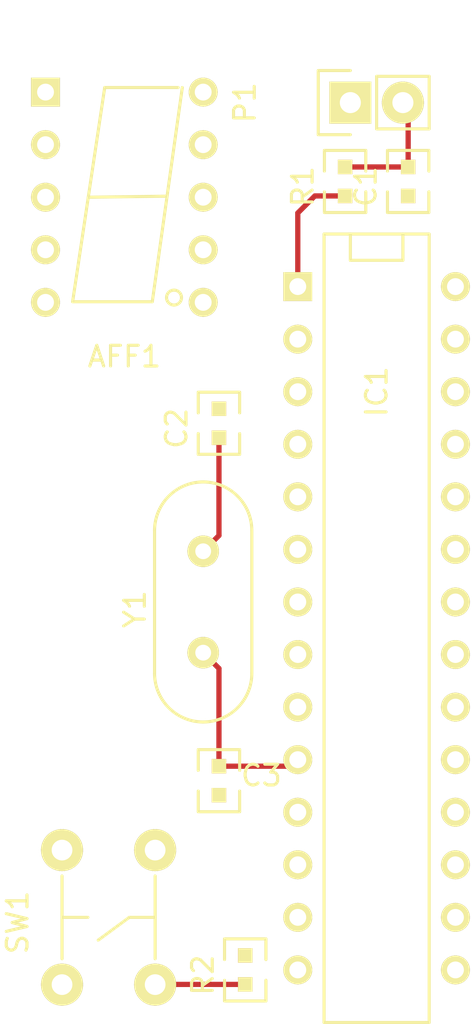
<source format=kicad_pcb>
(kicad_pcb (version 4) (host pcbnew "(2015-08-05 BZR 6055, Git fa29c62)-product")

  (general
    (links 30)
    (no_connects 23)
    (area 143.480191 87.93 168.571524 137.362001)
    (thickness 1.6)
    (drawings 0)
    (tracks 14)
    (zones 0)
    (modules 10)
    (nets 27)
  )

  (page A4)
  (layers
    (0 F.Cu signal)
    (31 B.Cu signal)
    (32 B.Adhes user)
    (33 F.Adhes user)
    (34 B.Paste user)
    (35 F.Paste user)
    (36 B.SilkS user)
    (37 F.SilkS user)
    (38 B.Mask user)
    (39 F.Mask user)
    (40 Dwgs.User user)
    (41 Cmts.User user)
    (42 Eco1.User user)
    (43 Eco2.User user)
    (44 Edge.Cuts user)
    (45 Margin user)
    (46 B.CrtYd user)
    (47 F.CrtYd user)
    (48 B.Fab user)
    (49 F.Fab user)
  )

  (setup
    (last_trace_width 0.254)
    (user_trace_width 0.254)
    (user_trace_width 0.508)
    (user_trace_width 0.762)
    (trace_clearance 0.127)
    (zone_clearance 0.508)
    (zone_45_only no)
    (trace_min 0.127)
    (segment_width 0.2)
    (edge_width 0.15)
    (via_size 0.635)
    (via_drill 0.381)
    (via_min_size 0.635)
    (via_min_drill 0.381)
    (user_via 0.635 0)
    (user_via 0.762 0)
    (user_via 0.889 0)
    (uvia_size 0.635)
    (uvia_drill 0.381)
    (uvias_allowed no)
    (uvia_min_size 0.635)
    (uvia_min_drill 0.381)
    (pcb_text_width 0.3)
    (pcb_text_size 1.5 1.5)
    (mod_edge_width 0.15)
    (mod_text_size 1 1)
    (mod_text_width 0.15)
    (pad_size 1.524 1.524)
    (pad_drill 0.762)
    (pad_to_mask_clearance 0.2)
    (aux_axis_origin 0 0)
    (visible_elements 7FFFFFFF)
    (pcbplotparams
      (layerselection 0x010f0_80000001)
      (usegerberextensions false)
      (excludeedgelayer true)
      (linewidth 0.100000)
      (plotframeref false)
      (viasonmask false)
      (mode 1)
      (useauxorigin false)
      (hpglpennumber 1)
      (hpglpenspeed 20)
      (hpglpendiameter 15)
      (hpglpenoverlay 2)
      (psnegative false)
      (psa4output false)
      (plotreference true)
      (plotvalue true)
      (plotinvisibletext false)
      (padsonsilk false)
      (subtractmaskfromsilk false)
      (outputformat 1)
      (mirror false)
      (drillshape 0)
      (scaleselection 1)
      (outputdirectory output/))
  )

  (net 0 "")
  (net 1 "Net-(AFF1-Pad1)")
  (net 2 "Net-(AFF1-Pad2)")
  (net 3 GND)
  (net 4 "Net-(AFF1-Pad4)")
  (net 5 /DP)
  (net 6 "Net-(AFF1-Pad6)")
  (net 7 "Net-(AFF1-Pad7)")
  (net 8 "Net-(AFF1-Pad9)")
  (net 9 "Net-(AFF1-Pad10)")
  (net 10 VCC)
  (net 11 "Net-(C2-Pad2)")
  (net 12 "Net-(C3-Pad2)")
  (net 13 "Net-(IC1-Pad2)")
  (net 14 "Net-(IC1-Pad3)")
  (net 15 "Net-(IC1-Pad1)")
  (net 16 "Net-(IC1-Pad16)")
  (net 17 "Net-(IC1-Pad17)")
  (net 18 /Button)
  (net 19 "Net-(IC1-Pad19)")
  (net 20 "Net-(IC1-Pad21)")
  (net 21 "Net-(IC1-Pad23)")
  (net 22 "Net-(IC1-Pad24)")
  (net 23 "Net-(IC1-Pad25)")
  (net 24 "Net-(IC1-Pad26)")
  (net 25 "Net-(IC1-Pad27)")
  (net 26 "Net-(IC1-Pad28)")

  (net_class Default "This is the default net class."
    (clearance 0.127)
    (trace_width 0.127)
    (via_dia 0.635)
    (via_drill 0.381)
    (uvia_dia 0.635)
    (uvia_drill 0.381)
    (add_net /Button)
    (add_net /DP)
    (add_net GND)
    (add_net "Net-(AFF1-Pad1)")
    (add_net "Net-(AFF1-Pad10)")
    (add_net "Net-(AFF1-Pad2)")
    (add_net "Net-(AFF1-Pad4)")
    (add_net "Net-(AFF1-Pad6)")
    (add_net "Net-(AFF1-Pad7)")
    (add_net "Net-(AFF1-Pad9)")
    (add_net "Net-(C2-Pad2)")
    (add_net "Net-(C3-Pad2)")
    (add_net "Net-(IC1-Pad1)")
    (add_net "Net-(IC1-Pad16)")
    (add_net "Net-(IC1-Pad17)")
    (add_net "Net-(IC1-Pad19)")
    (add_net "Net-(IC1-Pad2)")
    (add_net "Net-(IC1-Pad21)")
    (add_net "Net-(IC1-Pad23)")
    (add_net "Net-(IC1-Pad24)")
    (add_net "Net-(IC1-Pad25)")
    (add_net "Net-(IC1-Pad26)")
    (add_net "Net-(IC1-Pad27)")
    (add_net "Net-(IC1-Pad28)")
    (add_net "Net-(IC1-Pad3)")
    (add_net VCC)
  )

  (module arduino-dice-footprints:7segment-hdsp-313e (layer F.Cu) (tedit 55D130E4) (tstamp 55D170A2)
    (at 150.368 97.282 270)
    (descr "10 pins DIL package, round pads")
    (tags DIL)
    (path /55CE7823)
    (fp_text reference AFF1 (at 7.7 0 360) (layer F.SilkS)
      (effects (font (size 1 1) (thickness 0.15)))
    )
    (fp_text value 7SEGMENTS (at -8.3 -0.75 360) (layer F.Fab)
      (effects (font (size 1 1) (thickness 0.15)))
    )
    (fp_circle (center 4.85 -2.4) (end 5.15 -2.2) (layer F.SilkS) (width 0.15))
    (fp_line (start -0.05 -2.05) (end 0 1.75) (layer F.SilkS) (width 0.15))
    (fp_line (start -5.3 -2.6) (end -5.3 0.95) (layer F.SilkS) (width 0.15))
    (fp_line (start -5.3 0.95) (end 5.05 2.5) (layer F.SilkS) (width 0.15))
    (fp_line (start 5.05 2.5) (end 5.05 -1.35) (layer F.SilkS) (width 0.15))
    (fp_line (start 5.05 -1.35) (end -5.3 -2.8) (layer F.SilkS) (width 0.15))
    (fp_line (start -6.4 4.75) (end -6.4 -4.75) (layer F.CrtYd) (width 0.15))
    (fp_line (start -6.4 -4.75) (end 6.4 -4.75) (layer F.CrtYd) (width 0.15))
    (fp_line (start 6.4 -4.75) (end 6.4 4.75) (layer F.CrtYd) (width 0.15))
    (fp_line (start 6.4 4.75) (end -6.4 4.75) (layer F.CrtYd) (width 0.15))
    (pad 1 thru_hole rect (at -5.08 3.81 270) (size 1.397 1.397) (drill 0.8128) (layers *.Cu *.Mask F.SilkS)
      (net 1 "Net-(AFF1-Pad1)"))
    (pad 2 thru_hole circle (at -2.54 3.81 270) (size 1.397 1.397) (drill 0.8128) (layers *.Cu *.Mask F.SilkS)
      (net 2 "Net-(AFF1-Pad2)"))
    (pad 3 thru_hole circle (at 0 3.81 270) (size 1.397 1.397) (drill 0.8128) (layers *.Cu *.Mask F.SilkS)
      (net 3 GND))
    (pad 4 thru_hole circle (at 2.54 3.81 270) (size 1.397 1.397) (drill 0.8128) (layers *.Cu *.Mask F.SilkS)
      (net 4 "Net-(AFF1-Pad4)"))
    (pad 5 thru_hole circle (at 5.08 3.81 270) (size 1.397 1.397) (drill 0.8128) (layers *.Cu *.Mask F.SilkS)
      (net 5 /DP))
    (pad 6 thru_hole circle (at 5.08 -3.81 270) (size 1.397 1.397) (drill 0.8128) (layers *.Cu *.Mask F.SilkS)
      (net 6 "Net-(AFF1-Pad6)"))
    (pad 7 thru_hole circle (at 2.54 -3.81 270) (size 1.397 1.397) (drill 0.8128) (layers *.Cu *.Mask F.SilkS)
      (net 7 "Net-(AFF1-Pad7)"))
    (pad 8 thru_hole circle (at 0 -3.81 270) (size 1.397 1.397) (drill 0.8128) (layers *.Cu *.Mask F.SilkS)
      (net 3 GND))
    (pad 9 thru_hole circle (at -2.54 -3.81 270) (size 1.397 1.397) (drill 0.8128) (layers *.Cu *.Mask F.SilkS)
      (net 8 "Net-(AFF1-Pad9)"))
    (pad 10 thru_hole circle (at -5.08 -3.81 270) (size 1.397 1.397) (drill 0.8128) (layers *.Cu *.Mask F.SilkS)
      (net 9 "Net-(AFF1-Pad10)"))
    (model Sockets_DIP.3dshapes/DIP-10__300.wrl
      (at (xyz 0 0 0))
      (scale (xyz 1 1 1))
      (rotate (xyz 0 0 0))
    )
  )

  (module arduino-dice-footprints:smd_0603 (layer F.Cu) (tedit 560A2E5C) (tstamp 55D170AE)
    (at 164.084 96.52 270)
    (path /55CE8287)
    (fp_text reference C1 (at 0.25 2.05 450) (layer F.SilkS)
      (effects (font (size 1 1) (thickness 0.15)))
    )
    (fp_text value 1uF (at 0.4 -2.3 270) (layer F.Fab)
      (effects (font (size 1 1) (thickness 0.15)))
    )
    (fp_line (start 1.5 -1) (end 1.5 1) (layer F.SilkS) (width 0.15))
    (fp_line (start 1.5 1) (end 0.5 1) (layer F.SilkS) (width 0.15))
    (fp_line (start 1.5 -1) (end 0.5 -1) (layer F.SilkS) (width 0.15))
    (fp_line (start -1.5 -1) (end -1.5 1) (layer F.SilkS) (width 0.15))
    (fp_line (start -1.5 1) (end -0.5 1) (layer F.SilkS) (width 0.15))
    (fp_line (start -1.5 -1) (end -0.5 -1) (layer F.SilkS) (width 0.15))
    (pad 1 smd rect (at -0.7 0 270) (size 0.7 0.7) (layers F.Cu F.Paste F.SilkS F.Mask)
      (net 10 VCC))
    (pad 2 smd rect (at 0.7 0 270) (size 0.7 0.7) (layers F.Cu F.Paste F.SilkS F.Mask)
      (net 3 GND))
  )

  (module arduino-dice-footprints:smd_0603 (layer F.Cu) (tedit 55D02F25) (tstamp 55D170BA)
    (at 154.94 108.204 270)
    (path /55CE7AFB)
    (fp_text reference C2 (at 0.25 2.05 270) (layer F.SilkS)
      (effects (font (size 1 1) (thickness 0.15)))
    )
    (fp_text value 22pF (at 0.4 -2.3 270) (layer F.Fab)
      (effects (font (size 1 1) (thickness 0.15)))
    )
    (fp_line (start 1.5 -1) (end 1.5 1) (layer F.SilkS) (width 0.15))
    (fp_line (start 1.5 1) (end 0.5 1) (layer F.SilkS) (width 0.15))
    (fp_line (start 1.5 -1) (end 0.5 -1) (layer F.SilkS) (width 0.15))
    (fp_line (start -1.5 -1) (end -1.5 1) (layer F.SilkS) (width 0.15))
    (fp_line (start -1.5 1) (end -0.5 1) (layer F.SilkS) (width 0.15))
    (fp_line (start -1.5 -1) (end -0.5 -1) (layer F.SilkS) (width 0.15))
    (pad 1 smd rect (at -0.7 0 270) (size 0.7 0.7) (layers F.Cu F.Paste F.SilkS F.Mask)
      (net 3 GND))
    (pad 2 smd rect (at 0.7 0 270) (size 0.7 0.7) (layers F.Cu F.Paste F.SilkS F.Mask)
      (net 11 "Net-(C2-Pad2)"))
  )

  (module arduino-dice-footprints:smd_0603 (layer F.Cu) (tedit 560A2E97) (tstamp 55D170C6)
    (at 154.94 125.476 90)
    (path /55CE7BE8)
    (fp_text reference C3 (at 0.25 2.05 180) (layer F.SilkS)
      (effects (font (size 1 1) (thickness 0.15)))
    )
    (fp_text value 22pF (at 0.4 -2.3 90) (layer F.Fab)
      (effects (font (size 1 1) (thickness 0.15)))
    )
    (fp_line (start 1.5 -1) (end 1.5 1) (layer F.SilkS) (width 0.15))
    (fp_line (start 1.5 1) (end 0.5 1) (layer F.SilkS) (width 0.15))
    (fp_line (start 1.5 -1) (end 0.5 -1) (layer F.SilkS) (width 0.15))
    (fp_line (start -1.5 -1) (end -1.5 1) (layer F.SilkS) (width 0.15))
    (fp_line (start -1.5 1) (end -0.5 1) (layer F.SilkS) (width 0.15))
    (fp_line (start -1.5 -1) (end -0.5 -1) (layer F.SilkS) (width 0.15))
    (pad 1 smd rect (at -0.7 0 90) (size 0.7 0.7) (layers F.Cu F.Paste F.SilkS F.Mask)
      (net 3 GND))
    (pad 2 smd rect (at 0.7 0 90) (size 0.7 0.7) (layers F.Cu F.Paste F.SilkS F.Mask)
      (net 12 "Net-(C3-Pad2)"))
  )

  (module arduino-dice-footprints:atmega328p-pu (layer F.Cu) (tedit 55D12741) (tstamp 55D170ED)
    (at 162.56 118.11 270)
    (descr "28 pins DIL package, round pads, width 300mil")
    (tags DIL)
    (path /55CE75F6)
    (fp_text reference IC1 (at -11.43 0 270) (layer F.SilkS)
      (effects (font (size 1 1) (thickness 0.15)))
    )
    (fp_text value ATMEGA328P-P (at 10.16 0 270) (layer F.Fab)
      (effects (font (size 1 1) (thickness 0.15)))
    )
    (fp_line (start -19.05 -2.54) (end 19.05 -2.54) (layer F.SilkS) (width 0.15))
    (fp_line (start 19.05 -2.54) (end 19.05 2.54) (layer F.SilkS) (width 0.15))
    (fp_line (start 19.05 2.54) (end -19.05 2.54) (layer F.SilkS) (width 0.15))
    (fp_line (start -19.05 2.54) (end -19.05 -2.54) (layer F.SilkS) (width 0.15))
    (fp_line (start -19.05 -1.27) (end -17.78 -1.27) (layer F.SilkS) (width 0.15))
    (fp_line (start -17.78 -1.27) (end -17.78 1.27) (layer F.SilkS) (width 0.15))
    (fp_line (start -17.78 1.27) (end -19.05 1.27) (layer F.SilkS) (width 0.15))
    (pad 2 thru_hole circle (at -13.97 3.81 270) (size 1.397 1.397) (drill 0.8128) (layers *.Cu *.Mask F.SilkS)
      (net 13 "Net-(IC1-Pad2)"))
    (pad 3 thru_hole circle (at -11.43 3.81 270) (size 1.397 1.397) (drill 0.8128) (layers *.Cu *.Mask F.SilkS)
      (net 14 "Net-(IC1-Pad3)"))
    (pad 4 thru_hole circle (at -8.89 3.81 270) (size 1.397 1.397) (drill 0.8128) (layers *.Cu *.Mask F.SilkS)
      (net 7 "Net-(AFF1-Pad7)"))
    (pad 5 thru_hole circle (at -6.35 3.81 270) (size 1.397 1.397) (drill 0.8128) (layers *.Cu *.Mask F.SilkS)
      (net 6 "Net-(AFF1-Pad6)"))
    (pad 6 thru_hole circle (at -3.81 3.81 270) (size 1.397 1.397) (drill 0.8128) (layers *.Cu *.Mask F.SilkS)
      (net 4 "Net-(AFF1-Pad4)"))
    (pad 7 thru_hole circle (at -1.27 3.81 270) (size 1.397 1.397) (drill 0.8128) (layers *.Cu *.Mask F.SilkS)
      (net 10 VCC))
    (pad 8 thru_hole circle (at 1.27 3.81 270) (size 1.397 1.397) (drill 0.8128) (layers *.Cu *.Mask F.SilkS)
      (net 3 GND))
    (pad 9 thru_hole circle (at 3.81 3.81 270) (size 1.397 1.397) (drill 0.8128) (layers *.Cu *.Mask F.SilkS)
      (net 11 "Net-(C2-Pad2)"))
    (pad 10 thru_hole circle (at 6.35 3.81 270) (size 1.397 1.397) (drill 0.8128) (layers *.Cu *.Mask F.SilkS)
      (net 12 "Net-(C3-Pad2)"))
    (pad 11 thru_hole circle (at 8.89 3.81 270) (size 1.397 1.397) (drill 0.8128) (layers *.Cu *.Mask F.SilkS)
      (net 2 "Net-(AFF1-Pad2)"))
    (pad 12 thru_hole circle (at 11.43 3.81 270) (size 1.397 1.397) (drill 0.8128) (layers *.Cu *.Mask F.SilkS)
      (net 1 "Net-(AFF1-Pad1)"))
    (pad 13 thru_hole circle (at 13.97 3.81 270) (size 1.397 1.397) (drill 0.8128) (layers *.Cu *.Mask F.SilkS)
      (net 8 "Net-(AFF1-Pad9)"))
    (pad 14 thru_hole circle (at 16.51 3.81 270) (size 1.397 1.397) (drill 0.8128) (layers *.Cu *.Mask F.SilkS)
      (net 9 "Net-(AFF1-Pad10)"))
    (pad 1 thru_hole rect (at -16.51 3.81 270) (size 1.397 1.397) (drill 0.8128) (layers *.Cu *.Mask F.SilkS)
      (net 15 "Net-(IC1-Pad1)"))
    (pad 15 thru_hole circle (at 16.51 -3.81 270) (size 1.397 1.397) (drill 0.8128) (layers *.Cu *.Mask F.SilkS)
      (net 5 /DP))
    (pad 16 thru_hole circle (at 13.97 -3.81 270) (size 1.397 1.397) (drill 0.8128) (layers *.Cu *.Mask F.SilkS)
      (net 16 "Net-(IC1-Pad16)"))
    (pad 17 thru_hole circle (at 11.43 -3.81 270) (size 1.397 1.397) (drill 0.8128) (layers *.Cu *.Mask F.SilkS)
      (net 17 "Net-(IC1-Pad17)"))
    (pad 18 thru_hole circle (at 8.89 -3.81 270) (size 1.397 1.397) (drill 0.8128) (layers *.Cu *.Mask F.SilkS)
      (net 18 /Button))
    (pad 19 thru_hole circle (at 6.35 -3.81 270) (size 1.397 1.397) (drill 0.8128) (layers *.Cu *.Mask F.SilkS)
      (net 19 "Net-(IC1-Pad19)"))
    (pad 20 thru_hole circle (at 3.81 -3.81 270) (size 1.397 1.397) (drill 0.8128) (layers *.Cu *.Mask F.SilkS)
      (net 10 VCC))
    (pad 21 thru_hole circle (at 1.27 -3.81 270) (size 1.397 1.397) (drill 0.8128) (layers *.Cu *.Mask F.SilkS)
      (net 20 "Net-(IC1-Pad21)"))
    (pad 22 thru_hole circle (at -1.27 -3.81 270) (size 1.397 1.397) (drill 0.8128) (layers *.Cu *.Mask F.SilkS)
      (net 3 GND))
    (pad 23 thru_hole circle (at -3.81 -3.81 270) (size 1.397 1.397) (drill 0.8128) (layers *.Cu *.Mask F.SilkS)
      (net 21 "Net-(IC1-Pad23)"))
    (pad 24 thru_hole circle (at -6.35 -3.81 270) (size 1.397 1.397) (drill 0.8128) (layers *.Cu *.Mask F.SilkS)
      (net 22 "Net-(IC1-Pad24)"))
    (pad 25 thru_hole circle (at -8.89 -3.81 270) (size 1.397 1.397) (drill 0.8128) (layers *.Cu *.Mask F.SilkS)
      (net 23 "Net-(IC1-Pad25)"))
    (pad 26 thru_hole circle (at -11.43 -3.81 270) (size 1.397 1.397) (drill 0.8128) (layers *.Cu *.Mask F.SilkS)
      (net 24 "Net-(IC1-Pad26)"))
    (pad 27 thru_hole circle (at -13.97 -3.81 270) (size 1.397 1.397) (drill 0.8128) (layers *.Cu *.Mask F.SilkS)
      (net 25 "Net-(IC1-Pad27)"))
    (pad 28 thru_hole circle (at -16.51 -3.81 270) (size 1.397 1.397) (drill 0.8128) (layers *.Cu *.Mask F.SilkS)
      (net 26 "Net-(IC1-Pad28)"))
    (model Sockets_DIP.3dshapes/DIP-28__300.wrl
      (at (xyz 0 0 0))
      (scale (xyz 1 1 1))
      (rotate (xyz 0 0 0))
    )
  )

  (module Pin_Headers:Pin_Header_Straight_1x02 (layer F.Cu) (tedit 54EA090C) (tstamp 55D170F3)
    (at 161.29 92.71 90)
    (descr "Through hole pin header")
    (tags "pin header")
    (path /55CE837D)
    (fp_text reference P1 (at 0 -5.1 90) (layer F.SilkS)
      (effects (font (size 1 1) (thickness 0.15)))
    )
    (fp_text value CONN_01X02 (at 0 -3.1 90) (layer F.Fab)
      (effects (font (size 1 1) (thickness 0.15)))
    )
    (fp_line (start 1.27 1.27) (end 1.27 3.81) (layer F.SilkS) (width 0.15))
    (fp_line (start 1.55 -1.55) (end 1.55 0) (layer F.SilkS) (width 0.15))
    (fp_line (start -1.75 -1.75) (end -1.75 4.3) (layer F.CrtYd) (width 0.05))
    (fp_line (start 1.75 -1.75) (end 1.75 4.3) (layer F.CrtYd) (width 0.05))
    (fp_line (start -1.75 -1.75) (end 1.75 -1.75) (layer F.CrtYd) (width 0.05))
    (fp_line (start -1.75 4.3) (end 1.75 4.3) (layer F.CrtYd) (width 0.05))
    (fp_line (start 1.27 1.27) (end -1.27 1.27) (layer F.SilkS) (width 0.15))
    (fp_line (start -1.55 0) (end -1.55 -1.55) (layer F.SilkS) (width 0.15))
    (fp_line (start -1.55 -1.55) (end 1.55 -1.55) (layer F.SilkS) (width 0.15))
    (fp_line (start -1.27 1.27) (end -1.27 3.81) (layer F.SilkS) (width 0.15))
    (fp_line (start -1.27 3.81) (end 1.27 3.81) (layer F.SilkS) (width 0.15))
    (pad 1 thru_hole rect (at 0 0 90) (size 2.032 2.032) (drill 1.016) (layers *.Cu *.Mask F.SilkS)
      (net 3 GND))
    (pad 2 thru_hole oval (at 0 2.54 90) (size 2.032 2.032) (drill 1.016) (layers *.Cu *.Mask F.SilkS)
      (net 10 VCC))
    (model Pin_Headers.3dshapes/Pin_Header_Straight_1x02.wrl
      (at (xyz 0 -0.05 0))
      (scale (xyz 1 1 1))
      (rotate (xyz 0 0 90))
    )
  )

  (module arduino-dice-footprints:smd_0603 (layer F.Cu) (tedit 55D02F25) (tstamp 55D170FF)
    (at 161.036 96.52 270)
    (path /55CE7957)
    (fp_text reference R1 (at 0.25 2.05 270) (layer F.SilkS)
      (effects (font (size 1 1) (thickness 0.15)))
    )
    (fp_text value 10k (at 0.4 -2.3 270) (layer F.Fab)
      (effects (font (size 1 1) (thickness 0.15)))
    )
    (fp_line (start 1.5 -1) (end 1.5 1) (layer F.SilkS) (width 0.15))
    (fp_line (start 1.5 1) (end 0.5 1) (layer F.SilkS) (width 0.15))
    (fp_line (start 1.5 -1) (end 0.5 -1) (layer F.SilkS) (width 0.15))
    (fp_line (start -1.5 -1) (end -1.5 1) (layer F.SilkS) (width 0.15))
    (fp_line (start -1.5 1) (end -0.5 1) (layer F.SilkS) (width 0.15))
    (fp_line (start -1.5 -1) (end -0.5 -1) (layer F.SilkS) (width 0.15))
    (pad 1 smd rect (at -0.7 0 270) (size 0.7 0.7) (layers F.Cu F.Paste F.SilkS F.Mask)
      (net 10 VCC))
    (pad 2 smd rect (at 0.7 0 270) (size 0.7 0.7) (layers F.Cu F.Paste F.SilkS F.Mask)
      (net 15 "Net-(IC1-Pad1)"))
  )

  (module arduino-dice-footprints:smd_0603 (layer F.Cu) (tedit 55D02F25) (tstamp 55D1710B)
    (at 156.21 134.62 270)
    (path /55CE77A0)
    (fp_text reference R2 (at 0.25 2.05 270) (layer F.SilkS)
      (effects (font (size 1 1) (thickness 0.15)))
    )
    (fp_text value 10k (at 0.4 -2.3 270) (layer F.Fab)
      (effects (font (size 1 1) (thickness 0.15)))
    )
    (fp_line (start 1.5 -1) (end 1.5 1) (layer F.SilkS) (width 0.15))
    (fp_line (start 1.5 1) (end 0.5 1) (layer F.SilkS) (width 0.15))
    (fp_line (start 1.5 -1) (end 0.5 -1) (layer F.SilkS) (width 0.15))
    (fp_line (start -1.5 -1) (end -1.5 1) (layer F.SilkS) (width 0.15))
    (fp_line (start -1.5 1) (end -0.5 1) (layer F.SilkS) (width 0.15))
    (fp_line (start -1.5 -1) (end -0.5 -1) (layer F.SilkS) (width 0.15))
    (pad 1 smd rect (at -0.7 0 270) (size 0.7 0.7) (layers F.Cu F.Paste F.SilkS F.Mask)
      (net 3 GND))
    (pad 2 smd rect (at 0.7 0 270) (size 0.7 0.7) (layers F.Cu F.Paste F.SilkS F.Mask)
      (net 18 /Button))
  )

  (module arduino-dice-footprints:sw_push_b3f_1000 (layer F.Cu) (tedit 55D16C89) (tstamp 55D1711C)
    (at 149.606 132.08 270)
    (path /55CE7E1C)
    (fp_text reference SW1 (at 0.25 4.4 270) (layer F.SilkS)
      (effects (font (size 1 1) (thickness 0.15)))
    )
    (fp_text value SW_PUSH (at 0.25 -4.55 270) (layer F.Fab)
      (effects (font (size 1 1) (thickness 0.15)))
    )
    (fp_line (start -4.5 -3.5) (end 4.5 -3.5) (layer F.CrtYd) (width 0.15))
    (fp_line (start 4.5 -3.5) (end 4.5 3.5) (layer F.CrtYd) (width 0.15))
    (fp_line (start 4.5 3.5) (end -4.5 3.5) (layer F.CrtYd) (width 0.15))
    (fp_line (start -4.5 3.5) (end -4.5 -3.5) (layer F.CrtYd) (width 0.15))
    (fp_line (start 0 -1) (end 1.1 0.5) (layer F.SilkS) (width 0.15))
    (fp_line (start 0 1) (end 0 2.25) (layer F.SilkS) (width 0.15))
    (fp_line (start 0 -2.25) (end 0 -1) (layer F.SilkS) (width 0.15))
    (fp_line (start -2 2.25) (end 2 2.25) (layer F.SilkS) (width 0.15))
    (fp_line (start -2 -2.25) (end 2 -2.25) (layer F.SilkS) (width 0.15))
    (pad 1 thru_hole circle (at -3.25 2.25 270) (size 2.032 2.032) (drill 1) (layers *.Cu *.Mask F.SilkS)
      (net 10 VCC))
    (pad 1 thru_hole circle (at 3.25 2.25 270) (size 2.032 2.032) (drill 1) (layers *.Cu *.Mask F.SilkS)
      (net 10 VCC))
    (pad 2 thru_hole circle (at 3.25 -2.25 270) (size 2.032 2.032) (drill 1) (layers *.Cu *.Mask F.SilkS)
      (net 18 /Button))
    (pad 2 thru_hole circle (at -3.25 -2.25 270) (size 2.032 2.032) (drill 1) (layers *.Cu *.Mask F.SilkS)
      (net 18 /Button))
  )

  (module arduino-dice-footprints:crystal_hc49us (layer F.Cu) (tedit 55D161F6) (tstamp 55D17128)
    (at 154.178 116.84 270)
    (path /55CE79BA)
    (fp_text reference Y1 (at 0.35 3.3 270) (layer F.SilkS)
      (effects (font (size 1 1) (thickness 0.15)))
    )
    (fp_text value "16 MHz" (at 0.2 -3.35 270) (layer F.Fab)
      (effects (font (size 1 1) (thickness 0.15)))
    )
    (fp_arc (start -3.45 0) (end -3.45 2.35) (angle 90) (layer F.SilkS) (width 0.15))
    (fp_arc (start -3.45 0) (end -5.8 0) (angle 90) (layer F.SilkS) (width 0.15))
    (fp_arc (start 3.45 0) (end 5.8 0) (angle 90) (layer F.SilkS) (width 0.15))
    (fp_arc (start 3.45 0) (end 3.45 -2.35) (angle 90) (layer F.SilkS) (width 0.15))
    (fp_line (start 3.45 2.35) (end -3.45 2.35) (layer F.SilkS) (width 0.15))
    (fp_line (start -3.45 -2.35) (end 3.45 -2.35) (layer F.SilkS) (width 0.15))
    (pad 1 thru_hole circle (at -2.45 0 270) (size 1.524 1.524) (drill 0.762) (layers *.Cu *.Mask F.SilkS)
      (net 11 "Net-(C2-Pad2)"))
    (pad 2 thru_hole circle (at 2.45 0 270) (size 1.524 1.524) (drill 0.762) (layers *.Cu *.Mask F.SilkS)
      (net 12 "Net-(C3-Pad2)"))
  )

  (segment (start 164.084 95.82) (end 161.036 95.82) (width 0.254) (layer F.Cu) (net 10))
  (segment (start 164.084 95.82) (end 164.084 92.964) (width 0.254) (layer F.Cu) (net 10))
  (segment (start 164.084 92.964) (end 163.83 92.71) (width 0.254) (layer F.Cu) (net 10) (tstamp 560A3183))
  (segment (start 154.94 108.904) (end 154.94 113.628) (width 0.254) (layer F.Cu) (net 11) (status 10))
  (segment (start 154.94 113.628) (end 154.178 114.39) (width 0.254) (layer F.Cu) (net 11) (tstamp 560A31B5))
  (segment (start 154.94 124.776) (end 154.94 120.052) (width 0.254) (layer F.Cu) (net 12))
  (segment (start 154.94 120.052) (end 154.178 119.29) (width 0.254) (layer F.Cu) (net 12) (tstamp 560A31AA))
  (segment (start 154.94 124.776) (end 158.434 124.776) (width 0.254) (layer F.Cu) (net 12))
  (segment (start 158.434 124.776) (end 158.75 124.46) (width 0.254) (layer F.Cu) (net 12) (tstamp 560A31A6))
  (segment (start 161.036 97.22) (end 159.574 97.22) (width 0.254) (layer F.Cu) (net 15))
  (segment (start 158.75 98.044) (end 158.75 101.6) (width 0.254) (layer F.Cu) (net 15) (tstamp 560A318A))
  (segment (start 159.574 97.22) (end 158.75 98.044) (width 0.254) (layer F.Cu) (net 15) (tstamp 560A3189))
  (segment (start 156.21 135.32) (end 151.866 135.32) (width 0.254) (layer F.Cu) (net 18))
  (segment (start 151.866 135.32) (end 151.856 135.33) (width 0.254) (layer F.Cu) (net 18) (tstamp 560A31B2))

)

</source>
